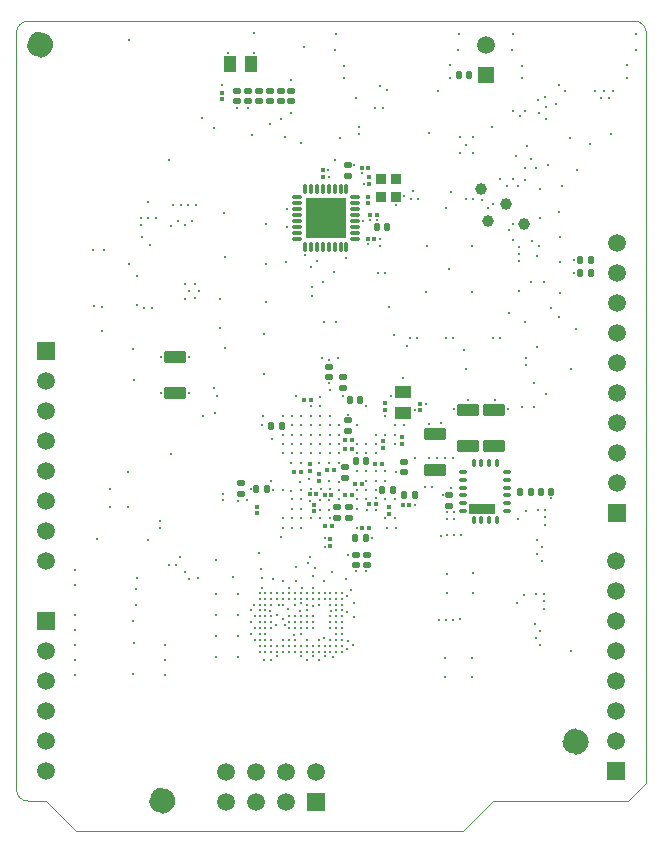
<source format=gbs>
%FSLAX44Y44*%
%MOMM*%
G71*
G01*
G75*
G04 Layer_Color=16711935*
%ADD10C,0.1500*%
G04:AMPARAMS|DCode=11|XSize=1.82mm|YSize=1.07mm|CornerRadius=0.107mm|HoleSize=0mm|Usage=FLASHONLY|Rotation=180.000|XOffset=0mm|YOffset=0mm|HoleType=Round|Shape=RoundedRectangle|*
%AMROUNDEDRECTD11*
21,1,1.8200,0.8560,0,0,180.0*
21,1,1.6060,1.0700,0,0,180.0*
1,1,0.2140,-0.8030,0.4280*
1,1,0.2140,0.8030,0.4280*
1,1,0.2140,0.8030,-0.4280*
1,1,0.2140,-0.8030,-0.4280*
%
%ADD11ROUNDEDRECTD11*%
G04:AMPARAMS|DCode=12|XSize=0.8mm|YSize=0.8mm|CornerRadius=0.08mm|HoleSize=0mm|Usage=FLASHONLY|Rotation=0.000|XOffset=0mm|YOffset=0mm|HoleType=Round|Shape=RoundedRectangle|*
%AMROUNDEDRECTD12*
21,1,0.8000,0.6400,0,0,0.0*
21,1,0.6400,0.8000,0,0,0.0*
1,1,0.1600,0.3200,-0.3200*
1,1,0.1600,-0.3200,-0.3200*
1,1,0.1600,-0.3200,0.3200*
1,1,0.1600,0.3200,0.3200*
%
%ADD12ROUNDEDRECTD12*%
G04:AMPARAMS|DCode=13|XSize=2mm|YSize=1.1mm|CornerRadius=0.11mm|HoleSize=0mm|Usage=FLASHONLY|Rotation=0.000|XOffset=0mm|YOffset=0mm|HoleType=Round|Shape=RoundedRectangle|*
%AMROUNDEDRECTD13*
21,1,2.0000,0.8800,0,0,0.0*
21,1,1.7800,1.1000,0,0,0.0*
1,1,0.2200,0.8900,-0.4400*
1,1,0.2200,-0.8900,-0.4400*
1,1,0.2200,-0.8900,0.4400*
1,1,0.2200,0.8900,0.4400*
%
%ADD13ROUNDEDRECTD13*%
G04:AMPARAMS|DCode=14|XSize=0.6mm|YSize=0.5mm|CornerRadius=0.05mm|HoleSize=0mm|Usage=FLASHONLY|Rotation=180.000|XOffset=0mm|YOffset=0mm|HoleType=Round|Shape=RoundedRectangle|*
%AMROUNDEDRECTD14*
21,1,0.6000,0.4000,0,0,180.0*
21,1,0.5000,0.5000,0,0,180.0*
1,1,0.1000,-0.2500,0.2000*
1,1,0.1000,0.2500,0.2000*
1,1,0.1000,0.2500,-0.2000*
1,1,0.1000,-0.2500,-0.2000*
%
%ADD14ROUNDEDRECTD14*%
G04:AMPARAMS|DCode=15|XSize=0.4mm|YSize=0.37mm|CornerRadius=0.037mm|HoleSize=0mm|Usage=FLASHONLY|Rotation=180.000|XOffset=0mm|YOffset=0mm|HoleType=Round|Shape=RoundedRectangle|*
%AMROUNDEDRECTD15*
21,1,0.4000,0.2960,0,0,180.0*
21,1,0.3260,0.3700,0,0,180.0*
1,1,0.0740,-0.1630,0.1480*
1,1,0.0740,0.1630,0.1480*
1,1,0.0740,0.1630,-0.1480*
1,1,0.0740,-0.1630,-0.1480*
%
%ADD15ROUNDEDRECTD15*%
G04:AMPARAMS|DCode=16|XSize=0.4mm|YSize=0.37mm|CornerRadius=0.037mm|HoleSize=0mm|Usage=FLASHONLY|Rotation=90.000|XOffset=0mm|YOffset=0mm|HoleType=Round|Shape=RoundedRectangle|*
%AMROUNDEDRECTD16*
21,1,0.4000,0.2960,0,0,90.0*
21,1,0.3260,0.3700,0,0,90.0*
1,1,0.0740,0.1480,0.1630*
1,1,0.0740,0.1480,-0.1630*
1,1,0.0740,-0.1480,-0.1630*
1,1,0.0740,-0.1480,0.1630*
%
%ADD16ROUNDEDRECTD16*%
G04:AMPARAMS|DCode=17|XSize=1.38mm|YSize=1.05mm|CornerRadius=0.105mm|HoleSize=0mm|Usage=FLASHONLY|Rotation=180.000|XOffset=0mm|YOffset=0mm|HoleType=Round|Shape=RoundedRectangle|*
%AMROUNDEDRECTD17*
21,1,1.3800,0.8400,0,0,180.0*
21,1,1.1700,1.0500,0,0,180.0*
1,1,0.2100,-0.5850,0.4200*
1,1,0.2100,0.5850,0.4200*
1,1,0.2100,0.5850,-0.4200*
1,1,0.2100,-0.5850,-0.4200*
%
%ADD17ROUNDEDRECTD17*%
%ADD18O,1.4000X0.6000*%
G04:AMPARAMS|DCode=19|XSize=1mm|YSize=1mm|CornerRadius=0.25mm|HoleSize=0mm|Usage=FLASHONLY|Rotation=180.000|XOffset=0mm|YOffset=0mm|HoleType=Round|Shape=RoundedRectangle|*
%AMROUNDEDRECTD19*
21,1,1.0000,0.5000,0,0,180.0*
21,1,0.5000,1.0000,0,0,180.0*
1,1,0.5000,-0.2500,0.2500*
1,1,0.5000,0.2500,0.2500*
1,1,0.5000,0.2500,-0.2500*
1,1,0.5000,-0.2500,-0.2500*
%
%ADD19ROUNDEDRECTD19*%
G04:AMPARAMS|DCode=20|XSize=1mm|YSize=1.4mm|CornerRadius=0.25mm|HoleSize=0mm|Usage=FLASHONLY|Rotation=180.000|XOffset=0mm|YOffset=0mm|HoleType=Round|Shape=RoundedRectangle|*
%AMROUNDEDRECTD20*
21,1,1.0000,0.9000,0,0,180.0*
21,1,0.5000,1.4000,0,0,180.0*
1,1,0.5000,-0.2500,0.4500*
1,1,0.5000,0.2500,0.4500*
1,1,0.5000,0.2500,-0.4500*
1,1,0.5000,-0.2500,-0.4500*
%
%ADD20ROUNDEDRECTD20*%
%ADD21O,0.8200X0.2700*%
%ADD22O,0.2700X0.8200*%
%ADD23R,4.4500X4.4500*%
%ADD24R,0.7400X0.5400*%
G04:AMPARAMS|DCode=25|XSize=0.93mm|YSize=0.89mm|CornerRadius=0.089mm|HoleSize=0mm|Usage=FLASHONLY|Rotation=180.000|XOffset=0mm|YOffset=0mm|HoleType=Round|Shape=RoundedRectangle|*
%AMROUNDEDRECTD25*
21,1,0.9300,0.7120,0,0,180.0*
21,1,0.7520,0.8900,0,0,180.0*
1,1,0.1780,-0.3760,0.3560*
1,1,0.1780,0.3760,0.3560*
1,1,0.1780,0.3760,-0.3560*
1,1,0.1780,-0.3760,-0.3560*
%
%ADD25ROUNDEDRECTD25*%
G04:AMPARAMS|DCode=26|XSize=1.9mm|YSize=1.35mm|CornerRadius=0.135mm|HoleSize=0mm|Usage=FLASHONLY|Rotation=180.000|XOffset=0mm|YOffset=0mm|HoleType=Round|Shape=RoundedRectangle|*
%AMROUNDEDRECTD26*
21,1,1.9000,1.0800,0,0,180.0*
21,1,1.6300,1.3500,0,0,180.0*
1,1,0.2700,-0.8150,0.5400*
1,1,0.2700,0.8150,0.5400*
1,1,0.2700,0.8150,-0.5400*
1,1,0.2700,-0.8150,-0.5400*
%
%ADD26ROUNDEDRECTD26*%
G04:AMPARAMS|DCode=27|XSize=1.2mm|YSize=1mm|CornerRadius=0.1mm|HoleSize=0mm|Usage=FLASHONLY|Rotation=180.000|XOffset=0mm|YOffset=0mm|HoleType=Round|Shape=RoundedRectangle|*
%AMROUNDEDRECTD27*
21,1,1.2000,0.8000,0,0,180.0*
21,1,1.0000,1.0000,0,0,180.0*
1,1,0.2000,-0.5000,0.4000*
1,1,0.2000,0.5000,0.4000*
1,1,0.2000,0.5000,-0.4000*
1,1,0.2000,-0.5000,-0.4000*
%
%ADD27ROUNDEDRECTD27*%
G04:AMPARAMS|DCode=28|XSize=0.75mm|YSize=1.1mm|CornerRadius=0.075mm|HoleSize=0mm|Usage=FLASHONLY|Rotation=180.000|XOffset=0mm|YOffset=0mm|HoleType=Round|Shape=RoundedRectangle|*
%AMROUNDEDRECTD28*
21,1,0.7500,0.9500,0,0,180.0*
21,1,0.6000,1.1000,0,0,180.0*
1,1,0.1500,-0.3000,0.4750*
1,1,0.1500,0.3000,0.4750*
1,1,0.1500,0.3000,-0.4750*
1,1,0.1500,-0.3000,-0.4750*
%
%ADD28ROUNDEDRECTD28*%
G04:AMPARAMS|DCode=29|XSize=1.8mm|YSize=1.17mm|CornerRadius=0.117mm|HoleSize=0mm|Usage=FLASHONLY|Rotation=90.000|XOffset=0mm|YOffset=0mm|HoleType=Round|Shape=RoundedRectangle|*
%AMROUNDEDRECTD29*
21,1,1.8000,0.9360,0,0,90.0*
21,1,1.5660,1.1700,0,0,90.0*
1,1,0.2340,0.4680,0.7830*
1,1,0.2340,0.4680,-0.7830*
1,1,0.2340,-0.4680,-0.7830*
1,1,0.2340,-0.4680,0.7830*
%
%ADD29ROUNDEDRECTD29*%
G04:AMPARAMS|DCode=30|XSize=1.55mm|YSize=1.35mm|CornerRadius=0.135mm|HoleSize=0mm|Usage=FLASHONLY|Rotation=180.000|XOffset=0mm|YOffset=0mm|HoleType=Round|Shape=RoundedRectangle|*
%AMROUNDEDRECTD30*
21,1,1.5500,1.0800,0,0,180.0*
21,1,1.2800,1.3500,0,0,180.0*
1,1,0.2700,-0.6400,0.5400*
1,1,0.2700,0.6400,0.5400*
1,1,0.2700,0.6400,-0.5400*
1,1,0.2700,-0.6400,-0.5400*
%
%ADD30ROUNDEDRECTD30*%
%ADD31C,0.3500*%
G04:AMPARAMS|DCode=32|XSize=0.6mm|YSize=0.5mm|CornerRadius=0.05mm|HoleSize=0mm|Usage=FLASHONLY|Rotation=90.000|XOffset=0mm|YOffset=0mm|HoleType=Round|Shape=RoundedRectangle|*
%AMROUNDEDRECTD32*
21,1,0.6000,0.4000,0,0,90.0*
21,1,0.5000,0.5000,0,0,90.0*
1,1,0.1000,0.2000,0.2500*
1,1,0.1000,0.2000,-0.2500*
1,1,0.1000,-0.2000,-0.2500*
1,1,0.1000,-0.2000,0.2500*
%
%ADD32ROUNDEDRECTD32*%
G04:AMPARAMS|DCode=33|XSize=0.41mm|YSize=0.37mm|CornerRadius=0.037mm|HoleSize=0mm|Usage=FLASHONLY|Rotation=180.000|XOffset=0mm|YOffset=0mm|HoleType=Round|Shape=RoundedRectangle|*
%AMROUNDEDRECTD33*
21,1,0.4100,0.2960,0,0,180.0*
21,1,0.3360,0.3700,0,0,180.0*
1,1,0.0740,-0.1680,0.1480*
1,1,0.0740,0.1680,0.1480*
1,1,0.0740,0.1680,-0.1480*
1,1,0.0740,-0.1680,-0.1480*
%
%ADD33ROUNDEDRECTD33*%
G04:AMPARAMS|DCode=34|XSize=0.3mm|YSize=0.6mm|CornerRadius=0.0495mm|HoleSize=0mm|Usage=FLASHONLY|Rotation=90.000|XOffset=0mm|YOffset=0mm|HoleType=Round|Shape=RoundedRectangle|*
%AMROUNDEDRECTD34*
21,1,0.3000,0.5010,0,0,90.0*
21,1,0.2010,0.6000,0,0,90.0*
1,1,0.0990,0.2505,0.1005*
1,1,0.0990,0.2505,-0.1005*
1,1,0.0990,-0.2505,-0.1005*
1,1,0.0990,-0.2505,0.1005*
%
%ADD34ROUNDEDRECTD34*%
G04:AMPARAMS|DCode=35|XSize=0.3mm|YSize=0.6mm|CornerRadius=0.0495mm|HoleSize=0mm|Usage=FLASHONLY|Rotation=0.000|XOffset=0mm|YOffset=0mm|HoleType=Round|Shape=RoundedRectangle|*
%AMROUNDEDRECTD35*
21,1,0.3000,0.5010,0,0,0.0*
21,1,0.2010,0.6000,0,0,0.0*
1,1,0.0990,0.1005,-0.2505*
1,1,0.0990,-0.1005,-0.2505*
1,1,0.0990,-0.1005,0.2505*
1,1,0.0990,0.1005,0.2505*
%
%ADD35ROUNDEDRECTD35*%
%ADD36R,0.9000X2.2500*%
%ADD37R,2.2500X0.9000*%
%ADD38R,1.5500X1.8500*%
%ADD39O,1.4500X0.4500*%
G04:AMPARAMS|DCode=40|XSize=1mm|YSize=1.4mm|CornerRadius=0.25mm|HoleSize=0mm|Usage=FLASHONLY|Rotation=90.000|XOffset=0mm|YOffset=0mm|HoleType=Round|Shape=RoundedRectangle|*
%AMROUNDEDRECTD40*
21,1,1.0000,0.9000,0,0,90.0*
21,1,0.5000,1.4000,0,0,90.0*
1,1,0.5000,0.4500,0.2500*
1,1,0.5000,0.4500,-0.2500*
1,1,0.5000,-0.4500,-0.2500*
1,1,0.5000,-0.4500,0.2500*
%
%ADD40ROUNDEDRECTD40*%
G04:AMPARAMS|DCode=41|XSize=1mm|YSize=1mm|CornerRadius=0.25mm|HoleSize=0mm|Usage=FLASHONLY|Rotation=90.000|XOffset=0mm|YOffset=0mm|HoleType=Round|Shape=RoundedRectangle|*
%AMROUNDEDRECTD41*
21,1,1.0000,0.5000,0,0,90.0*
21,1,0.5000,1.0000,0,0,90.0*
1,1,0.5000,0.2500,0.2500*
1,1,0.5000,0.2500,-0.2500*
1,1,0.5000,-0.2500,-0.2500*
1,1,0.5000,-0.2500,0.2500*
%
%ADD41ROUNDEDRECTD41*%
%ADD42O,0.4000X0.9500*%
%ADD43O,0.6000X1.6000*%
G04:AMPARAMS|DCode=44|XSize=1.82mm|YSize=1.07mm|CornerRadius=0.107mm|HoleSize=0mm|Usage=FLASHONLY|Rotation=270.000|XOffset=0mm|YOffset=0mm|HoleType=Round|Shape=RoundedRectangle|*
%AMROUNDEDRECTD44*
21,1,1.8200,0.8560,0,0,270.0*
21,1,1.6060,1.0700,0,0,270.0*
1,1,0.2140,-0.4280,-0.8030*
1,1,0.2140,-0.4280,0.8030*
1,1,0.2140,0.4280,0.8030*
1,1,0.2140,0.4280,-0.8030*
%
%ADD44ROUNDEDRECTD44*%
%ADD45C,1.0000*%
G04:AMPARAMS|DCode=46|XSize=2.1mm|YSize=1.6mm|CornerRadius=0.4mm|HoleSize=0mm|Usage=FLASHONLY|Rotation=180.000|XOffset=0mm|YOffset=0mm|HoleType=Round|Shape=RoundedRectangle|*
%AMROUNDEDRECTD46*
21,1,2.1000,0.8000,0,0,180.0*
21,1,1.3000,1.6000,0,0,180.0*
1,1,0.8000,-0.6500,0.4000*
1,1,0.8000,0.6500,0.4000*
1,1,0.8000,0.6500,-0.4000*
1,1,0.8000,-0.6500,-0.4000*
%
%ADD46ROUNDEDRECTD46*%
%ADD47O,0.4000X1.3500*%
G04:AMPARAMS|DCode=48|XSize=1.8mm|YSize=1.9mm|CornerRadius=0.45mm|HoleSize=0mm|Usage=FLASHONLY|Rotation=180.000|XOffset=0mm|YOffset=0mm|HoleType=Round|Shape=RoundedRectangle|*
%AMROUNDEDRECTD48*
21,1,1.8000,1.0000,0,0,180.0*
21,1,0.9000,1.9000,0,0,180.0*
1,1,0.9000,-0.4500,0.5000*
1,1,0.9000,0.4500,0.5000*
1,1,0.9000,0.4500,-0.5000*
1,1,0.9000,-0.4500,-0.5000*
%
%ADD48ROUNDEDRECTD48*%
%ADD49R,1.9000X1.9000*%
G04:AMPARAMS|DCode=50|XSize=0.9mm|YSize=0.8mm|CornerRadius=0.08mm|HoleSize=0mm|Usage=FLASHONLY|Rotation=90.000|XOffset=0mm|YOffset=0mm|HoleType=Round|Shape=RoundedRectangle|*
%AMROUNDEDRECTD50*
21,1,0.9000,0.6400,0,0,90.0*
21,1,0.7400,0.8000,0,0,90.0*
1,1,0.1600,0.3200,0.3700*
1,1,0.1600,0.3200,-0.3700*
1,1,0.1600,-0.3200,-0.3700*
1,1,0.1600,-0.3200,0.3700*
%
%ADD50ROUNDEDRECTD50*%
G04:AMPARAMS|DCode=51|XSize=0.9mm|YSize=1mm|CornerRadius=0.09mm|HoleSize=0mm|Usage=FLASHONLY|Rotation=180.000|XOffset=0mm|YOffset=0mm|HoleType=Round|Shape=RoundedRectangle|*
%AMROUNDEDRECTD51*
21,1,0.9000,0.8200,0,0,180.0*
21,1,0.7200,1.0000,0,0,180.0*
1,1,0.1800,-0.3600,0.4100*
1,1,0.1800,0.3600,0.4100*
1,1,0.1800,0.3600,-0.4100*
1,1,0.1800,-0.3600,-0.4100*
%
%ADD51ROUNDEDRECTD51*%
G04:AMPARAMS|DCode=52|XSize=1.7mm|YSize=0.55mm|CornerRadius=0.055mm|HoleSize=0mm|Usage=FLASHONLY|Rotation=180.000|XOffset=0mm|YOffset=0mm|HoleType=Round|Shape=RoundedRectangle|*
%AMROUNDEDRECTD52*
21,1,1.7000,0.4400,0,0,180.0*
21,1,1.5900,0.5500,0,0,180.0*
1,1,0.1100,-0.7950,0.2200*
1,1,0.1100,0.7950,0.2200*
1,1,0.1100,0.7950,-0.2200*
1,1,0.1100,-0.7950,-0.2200*
%
%ADD52ROUNDEDRECTD52*%
%ADD53O,1.5500X0.6000*%
G04:AMPARAMS|DCode=54|XSize=0.93mm|YSize=0.89mm|CornerRadius=0.089mm|HoleSize=0mm|Usage=FLASHONLY|Rotation=90.000|XOffset=0mm|YOffset=0mm|HoleType=Round|Shape=RoundedRectangle|*
%AMROUNDEDRECTD54*
21,1,0.9300,0.7120,0,0,90.0*
21,1,0.7520,0.8900,0,0,90.0*
1,1,0.1780,0.3560,0.3760*
1,1,0.1780,0.3560,-0.3760*
1,1,0.1780,-0.3560,-0.3760*
1,1,0.1780,-0.3560,0.3760*
%
%ADD54ROUNDEDRECTD54*%
%ADD55C,0.1000*%
%ADD56C,0.2000*%
%ADD57C,0.5000*%
%ADD58C,0.3000*%
%ADD59C,0.4000*%
%ADD60C,0.0750*%
%ADD61C,0.0800*%
%ADD62C,0.7000*%
%ADD63C,0.1200*%
%ADD64C,1.5000*%
%ADD65R,1.3500X1.3500*%
%ADD66R,1.5000X1.5000*%
%ADD67R,1.5000X1.5000*%
%ADD68C,0.4500*%
%ADD69C,0.6000*%
G04:AMPARAMS|DCode=70|XSize=1.38mm|YSize=1.05mm|CornerRadius=0.105mm|HoleSize=0mm|Usage=FLASHONLY|Rotation=270.000|XOffset=0mm|YOffset=0mm|HoleType=Round|Shape=RoundedRectangle|*
%AMROUNDEDRECTD70*
21,1,1.3800,0.8400,0,0,270.0*
21,1,1.1700,1.0500,0,0,270.0*
1,1,0.2100,-0.4200,-0.5850*
1,1,0.2100,-0.4200,0.5850*
1,1,0.2100,0.4200,0.5850*
1,1,0.2100,0.4200,-0.5850*
%
%ADD70ROUNDEDRECTD70*%
%ADD71O,0.2600X0.9000*%
%ADD72O,0.9000X0.2600*%
%ADD73R,3.4500X3.4500*%
%ADD74C,0.2500*%
%ADD75C,0.2500*%
%ADD76C,2.0000*%
%ADD77C,0.2000*%
D11*
X134500Y371050D02*
D03*
Y401550D02*
D03*
X404700Y356950D02*
D03*
Y326450D02*
D03*
X382200Y356950D02*
D03*
Y326450D02*
D03*
X354200Y336150D02*
D03*
Y305650D02*
D03*
D14*
X214900Y626800D02*
D03*
Y617800D02*
D03*
X223900Y626800D02*
D03*
Y617800D02*
D03*
X232900Y626800D02*
D03*
Y617800D02*
D03*
X187200Y626800D02*
D03*
Y617800D02*
D03*
X196200Y626800D02*
D03*
Y617800D02*
D03*
X205500Y626800D02*
D03*
Y617800D02*
D03*
X287180Y234130D02*
D03*
Y225130D02*
D03*
X190200Y285400D02*
D03*
Y294400D02*
D03*
X271260Y265520D02*
D03*
Y274520D02*
D03*
X281320D02*
D03*
Y265520D02*
D03*
X280900Y338800D02*
D03*
Y347800D02*
D03*
X327900Y303900D02*
D03*
Y312900D02*
D03*
X276800Y375100D02*
D03*
Y384100D02*
D03*
X264900Y384300D02*
D03*
Y393300D02*
D03*
X296520Y225000D02*
D03*
Y234000D02*
D03*
X278400Y299400D02*
D03*
Y308400D02*
D03*
X280600Y564000D02*
D03*
Y555000D02*
D03*
X366700Y284200D02*
D03*
Y275200D02*
D03*
D15*
X342100Y362050D02*
D03*
Y356350D02*
D03*
X326600Y333450D02*
D03*
Y327750D02*
D03*
X312400Y362150D02*
D03*
Y356450D02*
D03*
X249000Y305050D02*
D03*
Y310750D02*
D03*
X256200Y296550D02*
D03*
Y302250D02*
D03*
X265200Y241370D02*
D03*
Y247070D02*
D03*
X315500Y268450D02*
D03*
Y274150D02*
D03*
X310100Y330200D02*
D03*
Y324500D02*
D03*
X251960Y276470D02*
D03*
Y270770D02*
D03*
X298000Y537250D02*
D03*
Y531550D02*
D03*
X259700Y554050D02*
D03*
Y559750D02*
D03*
X298500Y553750D02*
D03*
Y548050D02*
D03*
X204100Y268950D02*
D03*
Y274650D02*
D03*
X174000Y625250D02*
D03*
Y619550D02*
D03*
D16*
X309650Y311200D02*
D03*
X303950D02*
D03*
X243550Y364600D02*
D03*
X249250D02*
D03*
X292350Y561300D02*
D03*
X298050D02*
D03*
X278050Y331300D02*
D03*
X283750D02*
D03*
Y284800D02*
D03*
X278050D02*
D03*
X304190Y277270D02*
D03*
X298490D02*
D03*
X248250Y285300D02*
D03*
X253950D02*
D03*
X266650Y284400D02*
D03*
X260950D02*
D03*
X278050Y323800D02*
D03*
X283750D02*
D03*
X292450Y293700D02*
D03*
X286750D02*
D03*
X299450Y521800D02*
D03*
X305150D02*
D03*
X263150Y305500D02*
D03*
X268850D02*
D03*
X267110Y258080D02*
D03*
X261410D02*
D03*
X292780Y256610D02*
D03*
X298480D02*
D03*
X327070Y276220D02*
D03*
X332770D02*
D03*
X297350Y501700D02*
D03*
X303050D02*
D03*
X235450Y303800D02*
D03*
X241150D02*
D03*
D17*
X327600Y354100D02*
D03*
Y371900D02*
D03*
D32*
X374600Y640100D02*
D03*
X383600D02*
D03*
X282200Y364600D02*
D03*
X291200D02*
D03*
X224900Y343000D02*
D03*
X215900D02*
D03*
X212300Y289300D02*
D03*
X203300D02*
D03*
X314100Y511800D02*
D03*
X305100D02*
D03*
X309900Y288800D02*
D03*
X318900D02*
D03*
X296400Y313400D02*
D03*
X287400D02*
D03*
X426600Y287500D02*
D03*
X435600D02*
D03*
X444000D02*
D03*
X453000D02*
D03*
X295960Y248030D02*
D03*
X286960D02*
D03*
X328300Y284760D02*
D03*
X337300D02*
D03*
X486100Y472200D02*
D03*
X477100D02*
D03*
X486100Y483300D02*
D03*
X477100D02*
D03*
D34*
X415800Y271250D02*
D03*
Y277750D02*
D03*
Y284250D02*
D03*
Y290750D02*
D03*
Y297250D02*
D03*
Y303750D02*
D03*
X377800Y303750D02*
D03*
Y297250D02*
D03*
Y290750D02*
D03*
Y284250D02*
D03*
Y277750D02*
D03*
Y271250D02*
D03*
D35*
X387050Y263500D02*
D03*
X406550D02*
D03*
X400050D02*
D03*
X393550D02*
D03*
Y311500D02*
D03*
X400050D02*
D03*
X406550D02*
D03*
X387050D02*
D03*
D37*
X394050Y273000D02*
D03*
D45*
X20000Y665800D02*
D03*
X123400Y25800D02*
D03*
X473400Y75800D02*
D03*
X398910Y516680D02*
D03*
X393700Y544040D02*
D03*
X430050Y513620D02*
D03*
X414220Y530570D02*
D03*
D50*
X309100Y552300D02*
D03*
Y537300D02*
D03*
X321100D02*
D03*
Y552300D02*
D03*
D55*
X0Y35400D02*
G03*
X10000Y25400I10000J0D01*
G01*
Y685800D02*
G03*
X0Y675800I0J-10000D01*
G01*
X533400D02*
G03*
X523400Y685800I-10000J0D01*
G01*
X0Y35400D02*
Y675800D01*
X10000Y685800D02*
X523400D01*
X533400Y40600D02*
Y675800D01*
X10000Y25400D02*
X25400D01*
X403900D02*
X518200D01*
X378500Y0D02*
X403900Y25400D01*
X50800Y0D02*
X378500D01*
X25400Y25400D02*
X50800Y0D01*
X518200Y25400D02*
X533400Y40600D01*
D64*
X397200Y665700D02*
D03*
X254000Y50300D02*
D03*
X228600Y24900D02*
D03*
Y50300D02*
D03*
X203200Y24900D02*
D03*
Y50300D02*
D03*
X177800Y24900D02*
D03*
Y50300D02*
D03*
X25400Y279400D02*
D03*
Y381000D02*
D03*
Y355600D02*
D03*
Y330200D02*
D03*
Y304800D02*
D03*
Y254000D02*
D03*
Y228600D02*
D03*
X508000Y177800D02*
D03*
Y76200D02*
D03*
Y101600D02*
D03*
Y127000D02*
D03*
Y152400D02*
D03*
Y203200D02*
D03*
Y228600D02*
D03*
X508500Y472350D02*
D03*
Y497750D02*
D03*
Y446950D02*
D03*
Y421550D02*
D03*
Y370750D02*
D03*
Y345350D02*
D03*
Y319950D02*
D03*
Y294550D02*
D03*
Y396150D02*
D03*
X25400Y50800D02*
D03*
Y152400D02*
D03*
Y127000D02*
D03*
Y101600D02*
D03*
Y76200D02*
D03*
D65*
X397200Y640300D02*
D03*
D66*
X254000Y24900D02*
D03*
D67*
X25400Y406400D02*
D03*
X508000Y50800D02*
D03*
X508500Y269150D02*
D03*
X25400Y177800D02*
D03*
D70*
X180500Y649200D02*
D03*
X198300D02*
D03*
D71*
X249500Y543600D02*
D03*
X254500D02*
D03*
X279500Y494800D02*
D03*
X274500D02*
D03*
X269500D02*
D03*
X264500D02*
D03*
X259500D02*
D03*
X254500D02*
D03*
X249500D02*
D03*
X244500D02*
D03*
Y543600D02*
D03*
X259500D02*
D03*
X264500D02*
D03*
X269500D02*
D03*
X274500D02*
D03*
X279500D02*
D03*
D72*
X237600Y501700D02*
D03*
Y506700D02*
D03*
Y511700D02*
D03*
Y516700D02*
D03*
Y521700D02*
D03*
Y526700D02*
D03*
Y531700D02*
D03*
Y536700D02*
D03*
X286400D02*
D03*
Y531700D02*
D03*
Y526700D02*
D03*
Y521700D02*
D03*
Y516700D02*
D03*
Y511700D02*
D03*
Y506700D02*
D03*
Y501700D02*
D03*
D73*
X262000Y519200D02*
D03*
D74*
X205900Y201800D02*
D03*
Y196800D02*
D03*
Y191800D02*
D03*
Y186800D02*
D03*
Y181800D02*
D03*
Y176800D02*
D03*
Y171800D02*
D03*
Y166800D02*
D03*
Y161800D02*
D03*
Y156800D02*
D03*
Y151800D02*
D03*
X210900Y201800D02*
D03*
Y196800D02*
D03*
Y191800D02*
D03*
Y186800D02*
D03*
Y181800D02*
D03*
Y176800D02*
D03*
Y171800D02*
D03*
Y166800D02*
D03*
Y161800D02*
D03*
Y156800D02*
D03*
Y151800D02*
D03*
X215900Y201800D02*
D03*
Y196800D02*
D03*
Y191800D02*
D03*
Y181800D02*
D03*
Y176800D02*
D03*
Y171800D02*
D03*
Y161800D02*
D03*
Y156800D02*
D03*
Y151800D02*
D03*
X220900Y201800D02*
D03*
Y196800D02*
D03*
Y156800D02*
D03*
Y151800D02*
D03*
X225900Y201800D02*
D03*
Y196800D02*
D03*
Y191800D02*
D03*
Y161800D02*
D03*
Y156800D02*
D03*
Y151800D02*
D03*
X230900Y201800D02*
D03*
Y196800D02*
D03*
Y181800D02*
D03*
Y176800D02*
D03*
Y171800D02*
D03*
X235900Y201800D02*
D03*
Y196800D02*
D03*
Y191800D02*
D03*
Y181800D02*
D03*
Y176800D02*
D03*
Y171800D02*
D03*
Y161800D02*
D03*
Y156800D02*
D03*
Y151800D02*
D03*
X240900Y201800D02*
D03*
Y196800D02*
D03*
Y181800D02*
D03*
Y176800D02*
D03*
Y171800D02*
D03*
Y156800D02*
D03*
Y151800D02*
D03*
X245900Y201800D02*
D03*
Y196800D02*
D03*
Y191800D02*
D03*
Y181800D02*
D03*
Y176800D02*
D03*
Y171800D02*
D03*
Y161800D02*
D03*
Y156800D02*
D03*
Y151800D02*
D03*
X250900Y201800D02*
D03*
Y196800D02*
D03*
Y181800D02*
D03*
Y176800D02*
D03*
Y171800D02*
D03*
Y156800D02*
D03*
Y151800D02*
D03*
X255900Y201800D02*
D03*
Y196800D02*
D03*
Y191800D02*
D03*
Y161800D02*
D03*
Y156800D02*
D03*
Y151800D02*
D03*
X260900Y201800D02*
D03*
Y196800D02*
D03*
Y156800D02*
D03*
Y151800D02*
D03*
X265900Y201800D02*
D03*
Y196800D02*
D03*
Y191800D02*
D03*
Y181800D02*
D03*
Y176800D02*
D03*
Y171800D02*
D03*
Y161800D02*
D03*
Y156800D02*
D03*
Y151800D02*
D03*
X270900Y201800D02*
D03*
Y196800D02*
D03*
Y191800D02*
D03*
Y186800D02*
D03*
Y181800D02*
D03*
Y176800D02*
D03*
Y171800D02*
D03*
Y166800D02*
D03*
Y161800D02*
D03*
Y156800D02*
D03*
Y151800D02*
D03*
X275900Y201800D02*
D03*
Y196800D02*
D03*
Y191800D02*
D03*
Y186800D02*
D03*
Y181800D02*
D03*
Y176800D02*
D03*
Y171800D02*
D03*
Y166800D02*
D03*
Y161800D02*
D03*
Y156800D02*
D03*
Y151800D02*
D03*
X230900D02*
D03*
Y156800D02*
D03*
D76*
X21000Y665800D02*
G03*
X21000Y665800I-1000J0D01*
G01*
X124400Y25800D02*
G03*
X124400Y25800I-1000J0D01*
G01*
X474400Y75800D02*
G03*
X474400Y75800I-1000J0D01*
G01*
D77*
X273100Y296000D02*
D03*
X95600Y480000D02*
D03*
X72300Y423700D02*
D03*
X72300Y444100D02*
D03*
X65800Y444200D02*
D03*
X65200Y491800D02*
D03*
X74200Y491600D02*
D03*
X102350Y469650D02*
D03*
X102300Y445400D02*
D03*
X154300Y457300D02*
D03*
X146500Y457000D02*
D03*
X142800Y450900D02*
D03*
X151400Y451100D02*
D03*
X151100Y463300D02*
D03*
X142900Y463200D02*
D03*
X152050Y530050D02*
D03*
X145550Y529950D02*
D03*
X139050Y529950D02*
D03*
X132550Y530050D02*
D03*
X106250Y503250D02*
D03*
X113350Y496650D02*
D03*
X136750Y516500D02*
D03*
X142550Y512900D02*
D03*
X130700Y512450D02*
D03*
X148400Y516450D02*
D03*
X105600Y513200D02*
D03*
Y519400D02*
D03*
X111700D02*
D03*
X118000D02*
D03*
X130600Y319700D02*
D03*
X167700Y375100D02*
D03*
X146250Y401550D02*
D03*
X122750D02*
D03*
Y371050D02*
D03*
X146250D02*
D03*
X168400Y354000D02*
D03*
X158300Y351700D02*
D03*
X98900Y408550D02*
D03*
X114750Y443050D02*
D03*
X108450Y443050D02*
D03*
X99330Y381930D02*
D03*
X172100Y426400D02*
D03*
X95000Y669700D02*
D03*
X145900Y213800D02*
D03*
X142600Y219100D02*
D03*
X138300Y232300D02*
D03*
X125600Y131900D02*
D03*
Y144700D02*
D03*
X125700Y157300D02*
D03*
X174700Y279950D02*
D03*
Y285650D02*
D03*
X195600Y280300D02*
D03*
X260500Y430900D02*
D03*
X270900D02*
D03*
X327500Y383500D02*
D03*
X347200Y362000D02*
D03*
X198400Y289300D02*
D03*
X280900Y352700D02*
D03*
X264900Y398700D02*
D03*
X128800Y568000D02*
D03*
X200770Y675330D02*
D03*
X243550Y663750D02*
D03*
X214900Y598800D02*
D03*
X224000Y603300D02*
D03*
X232900Y607600D02*
D03*
X174000Y631700D02*
D03*
X199200Y589100D02*
D03*
X196200Y612400D02*
D03*
X187200Y612300D02*
D03*
X256600Y311800D02*
D03*
X240400Y295800D02*
D03*
X264400Y296800D02*
D03*
X273300Y311800D02*
D03*
X215700Y296480D02*
D03*
X217400Y288800D02*
D03*
X233400Y319800D02*
D03*
X225400D02*
D03*
Y327800D02*
D03*
X259500Y465200D02*
D03*
X269200Y473200D02*
D03*
X250400Y452900D02*
D03*
X250000Y460300D02*
D03*
X228400Y481500D02*
D03*
X254600Y482700D02*
D03*
X249500Y477900D02*
D03*
X244400Y487400D02*
D03*
X279500Y485000D02*
D03*
X464350Y626450D02*
D03*
X456800Y616000D02*
D03*
X459400Y631400D02*
D03*
X517000Y637400D02*
D03*
X517100Y648300D02*
D03*
X427800Y648199D02*
D03*
X427700Y637299D02*
D03*
X277800Y648199D02*
D03*
X277700Y637299D02*
D03*
X367100Y648300D02*
D03*
X367000Y637400D02*
D03*
X524500Y675300D02*
D03*
X524200Y661000D02*
D03*
X420300Y675300D02*
D03*
X420000Y661000D02*
D03*
X374500Y675300D02*
D03*
X374200Y661000D02*
D03*
X270000D02*
D03*
X270300Y675300D02*
D03*
X307500Y631100D02*
D03*
X303400Y612100D02*
D03*
X310100Y612000D02*
D03*
X313700Y627300D02*
D03*
X297300Y497200D02*
D03*
X306200Y472600D02*
D03*
X312100D02*
D03*
X319400Y419900D02*
D03*
X330600Y410900D02*
D03*
X339500Y417500D02*
D03*
X333400D02*
D03*
X307600Y501700D02*
D03*
Y495800D02*
D03*
X340100Y535300D02*
D03*
X333900D02*
D03*
X380700Y535200D02*
D03*
X386700D02*
D03*
X431200Y394600D02*
D03*
X431100Y400400D02*
D03*
X378900Y407100D02*
D03*
X380900Y391000D02*
D03*
X369900Y417400D02*
D03*
X363900Y417500D02*
D03*
X430500Y430700D02*
D03*
X460100Y455900D02*
D03*
X446800Y465000D02*
D03*
X452700Y442800D02*
D03*
X459400Y435600D02*
D03*
X440700Y409800D02*
D03*
X425300Y456900D02*
D03*
X435400Y464900D02*
D03*
X409800Y417400D02*
D03*
X403600Y417400D02*
D03*
X436200Y499600D02*
D03*
X440700Y487100D02*
D03*
X425500Y494900D02*
D03*
Y488800D02*
D03*
X420600Y500400D02*
D03*
X425500Y482700D02*
D03*
X305200Y517140D02*
D03*
X299500Y517100D02*
D03*
X264150Y559750D02*
D03*
X264300Y553900D02*
D03*
X135200Y225300D02*
D03*
X129450Y225450D02*
D03*
X121850Y262450D02*
D03*
X121700Y256700D02*
D03*
X78900Y274600D02*
D03*
X78900Y289400D02*
D03*
X94200Y303900D02*
D03*
X94300Y274600D02*
D03*
X111600Y246900D02*
D03*
X68540Y247060D02*
D03*
X49300Y220790D02*
D03*
Y170000D02*
D03*
X98600Y177800D02*
D03*
X101100Y191800D02*
D03*
X101600Y204600D02*
D03*
X101810Y214410D02*
D03*
X280800Y233900D02*
D03*
X168600Y183000D02*
D03*
X188000Y183000D02*
D03*
X168600Y200800D02*
D03*
X188000Y200800D02*
D03*
X188000Y165400D02*
D03*
X168600Y165400D02*
D03*
X168600Y147600D02*
D03*
X188000Y147600D02*
D03*
X240300Y186700D02*
D03*
X240880Y166950D02*
D03*
X240900Y192829D02*
D03*
X209560Y144750D02*
D03*
X285060Y157570D02*
D03*
X279740Y154280D02*
D03*
X280610Y161130D02*
D03*
X260860Y163350D02*
D03*
X219560Y174200D02*
D03*
X220450Y182700D02*
D03*
X215780Y144770D02*
D03*
X220930Y148010D02*
D03*
X268430Y147290D02*
D03*
X304830Y271560D02*
D03*
X256930Y272260D02*
D03*
X264830Y272050D02*
D03*
X296390Y220200D02*
D03*
X287240Y220170D02*
D03*
X293400Y516700D02*
D03*
X337400Y276300D02*
D03*
X313400Y256800D02*
D03*
X320400Y264800D02*
D03*
X321400Y256800D02*
D03*
X224400Y248800D02*
D03*
X273400Y343800D02*
D03*
X316900Y368800D02*
D03*
X337400Y356300D02*
D03*
X236900Y368800D02*
D03*
X300900Y247800D02*
D03*
X232400Y311800D02*
D03*
X260900Y247800D02*
D03*
X273400Y288800D02*
D03*
Y280800D02*
D03*
Y319800D02*
D03*
Y327800D02*
D03*
Y335800D02*
D03*
X225400Y288800D02*
D03*
Y264800D02*
D03*
Y256800D02*
D03*
X233400Y272800D02*
D03*
Y264800D02*
D03*
Y256800D02*
D03*
X241400Y280800D02*
D03*
Y272800D02*
D03*
Y264800D02*
D03*
Y256800D02*
D03*
X248770Y279899D02*
D03*
X249400Y264800D02*
D03*
X257610Y289851D02*
D03*
X257430Y280270D02*
D03*
X257400Y264800D02*
D03*
X265780Y289741D02*
D03*
X265050Y280159D02*
D03*
X265400Y264800D02*
D03*
X249400Y359800D02*
D03*
X265400Y351800D02*
D03*
X257400D02*
D03*
X249400D02*
D03*
X241400D02*
D03*
X225400D02*
D03*
X265400Y343800D02*
D03*
X257400D02*
D03*
X249400D02*
D03*
X233400D02*
D03*
X265400Y335800D02*
D03*
X257400D02*
D03*
X249400D02*
D03*
X241400D02*
D03*
X233400D02*
D03*
X225400D02*
D03*
X265400Y327800D02*
D03*
X257400D02*
D03*
X249400D02*
D03*
X241400D02*
D03*
X233400D02*
D03*
X265400Y319800D02*
D03*
X257400D02*
D03*
X249400D02*
D03*
X241400D02*
D03*
Y311800D02*
D03*
X265000Y311900D02*
D03*
X328400Y343800D02*
D03*
X320400Y327800D02*
D03*
Y335800D02*
D03*
Y343800D02*
D03*
X312400Y335800D02*
D03*
Y351800D02*
D03*
X304400Y319800D02*
D03*
Y327800D02*
D03*
Y335800D02*
D03*
X296400Y319800D02*
D03*
Y327800D02*
D03*
Y359800D02*
D03*
X288400Y319800D02*
D03*
Y327800D02*
D03*
Y343800D02*
D03*
X288400Y304800D02*
D03*
X296400D02*
D03*
X304400D02*
D03*
X312400D02*
D03*
Y296800D02*
D03*
X304400D02*
D03*
X296400D02*
D03*
X304400Y288800D02*
D03*
X296400D02*
D03*
X288400D02*
D03*
X320400Y280800D02*
D03*
X312400D02*
D03*
X304190Y281751D02*
D03*
X295920Y281371D02*
D03*
X288400Y280800D02*
D03*
X296730Y271829D02*
D03*
X288400Y272800D02*
D03*
X312400Y264800D02*
D03*
X288400Y256800D02*
D03*
X337400Y316300D02*
D03*
X276900Y368800D02*
D03*
X315400Y443800D02*
D03*
X417400Y438800D02*
D03*
Y508800D02*
D03*
X363900Y527300D02*
D03*
X321400Y303800D02*
D03*
X257400Y359800D02*
D03*
X347550Y495450D02*
D03*
X385700Y495730D02*
D03*
X346800Y456470D02*
D03*
X366400Y476300D02*
D03*
X385700Y456650D02*
D03*
X393900Y534500D02*
D03*
X420700Y513800D02*
D03*
X398900Y527300D02*
D03*
X403900Y530600D02*
D03*
X245950Y144670D02*
D03*
X240930Y148010D02*
D03*
X255950Y144670D02*
D03*
X250930Y148010D02*
D03*
X260930D02*
D03*
X202110Y161770D02*
D03*
X198770Y166750D02*
D03*
X202110Y171770D02*
D03*
X198770Y176750D02*
D03*
X202110Y181770D02*
D03*
X235290Y165820D02*
D03*
X230530Y161460D02*
D03*
X279669Y199310D02*
D03*
X245900Y187530D02*
D03*
X250870Y190940D02*
D03*
X260840Y211690D02*
D03*
X252900Y222810D02*
D03*
X248935Y232375D02*
D03*
X247200Y226710D02*
D03*
X242110Y205530D02*
D03*
X267300Y219190D02*
D03*
X260970Y240610D02*
D03*
X283260Y204090D02*
D03*
X279160Y213820D02*
D03*
X279690Y185560D02*
D03*
X286090Y181670D02*
D03*
X286230Y193270D02*
D03*
X266170Y186480D02*
D03*
X230890Y205970D02*
D03*
X236390Y211750D02*
D03*
X225325Y211910D02*
D03*
X250880Y205840D02*
D03*
X251560Y215750D02*
D03*
X208340Y205830D02*
D03*
X217620Y213060D02*
D03*
X205700Y235380D02*
D03*
X208080Y214100D02*
D03*
X222400Y191830D02*
D03*
X206890Y222170D02*
D03*
X214940Y186660D02*
D03*
X227260Y174230D02*
D03*
X225980Y179850D02*
D03*
X229850Y188440D02*
D03*
X198470Y186800D02*
D03*
X201410Y191780D02*
D03*
X236590Y224040D02*
D03*
X178770Y658590D02*
D03*
X200770D02*
D03*
X216400Y332300D02*
D03*
X208300Y343800D02*
D03*
X208400Y351800D02*
D03*
X257400Y367800D02*
D03*
X265800Y373100D02*
D03*
X49400Y131900D02*
D03*
Y144600D02*
D03*
Y157300D02*
D03*
Y182700D02*
D03*
Y208100D02*
D03*
X265000Y379300D02*
D03*
X258600Y400800D02*
D03*
X272000Y400700D02*
D03*
X361300Y284300D02*
D03*
X367800Y290800D02*
D03*
X370500Y357100D02*
D03*
X416400Y357700D02*
D03*
X405400Y365100D02*
D03*
X382600Y365000D02*
D03*
X349400Y316300D02*
D03*
X356200D02*
D03*
X362600D02*
D03*
X369800D02*
D03*
X345800Y291500D02*
D03*
X351700D02*
D03*
X359200Y345150D02*
D03*
X349100Y345050D02*
D03*
X385150Y271050D02*
D03*
X402850Y275050D02*
D03*
X391000Y274600D02*
D03*
X396800Y271000D02*
D03*
X364550Y269950D02*
D03*
X370450D02*
D03*
X370400Y263850D02*
D03*
X364450Y263950D02*
D03*
X453050Y281950D02*
D03*
X431450Y270850D02*
D03*
X424850Y264050D02*
D03*
X444700Y240650D02*
D03*
X441100Y234850D02*
D03*
X440650Y246700D02*
D03*
X444650Y229000D02*
D03*
X441400Y271800D02*
D03*
X447600D02*
D03*
Y265700D02*
D03*
Y259400D02*
D03*
X359200Y250200D02*
D03*
X364900Y250300D02*
D03*
X370700D02*
D03*
X376700Y250400D02*
D03*
X375400Y179200D02*
D03*
X369400Y179100D02*
D03*
X363600D02*
D03*
X357900Y179000D02*
D03*
X446300Y188200D02*
D03*
Y194500D02*
D03*
Y200600D02*
D03*
X440100D02*
D03*
X443350Y157800D02*
D03*
X439350Y175500D02*
D03*
X439800Y163650D02*
D03*
X443400Y169450D02*
D03*
X423550Y192850D02*
D03*
X430150Y199950D02*
D03*
X363200Y130200D02*
D03*
X385800D02*
D03*
X386900Y201800D02*
D03*
X364300D02*
D03*
X364400Y218100D02*
D03*
X386950Y218150D02*
D03*
X363250Y146550D02*
D03*
X385900Y146500D02*
D03*
X471900Y472200D02*
D03*
X471800Y483300D02*
D03*
X209700Y386900D02*
D03*
Y420600D02*
D03*
X438000Y359400D02*
D03*
X427900Y359300D02*
D03*
X438100Y379200D02*
D03*
X262000Y519200D02*
D03*
X247800Y533300D02*
D03*
X276100Y532900D02*
D03*
X276300Y505600D02*
D03*
X248500D02*
D03*
X228900Y526800D02*
D03*
X229200Y511700D02*
D03*
X349700Y590800D02*
D03*
X356700Y626800D02*
D03*
X381100Y581000D02*
D03*
X375700Y588000D02*
D03*
X386400Y587800D02*
D03*
Y574100D02*
D03*
X375700D02*
D03*
X423300Y571300D02*
D03*
X402600Y596000D02*
D03*
X409400Y552100D02*
D03*
X415600Y546400D02*
D03*
X420100Y551900D02*
D03*
X430600Y551700D02*
D03*
X424300Y546200D02*
D03*
X431000Y561200D02*
D03*
X439600Y561100D02*
D03*
X435500Y569000D02*
D03*
X420400Y609500D02*
D03*
X430800Y609600D02*
D03*
X426100Y605100D02*
D03*
X432200Y580100D02*
D03*
X269500Y568600D02*
D03*
X448300Y602800D02*
D03*
X442400Y607600D02*
D03*
X448400Y613500D02*
D03*
X441400Y618600D02*
D03*
X447700Y621900D02*
D03*
X490100Y626600D02*
D03*
X497500D02*
D03*
X505200D02*
D03*
X501800Y620600D02*
D03*
X495000D02*
D03*
X503600Y590200D02*
D03*
X240800Y582800D02*
D03*
X321100Y530200D02*
D03*
X327800Y537400D02*
D03*
X286000Y564000D02*
D03*
X294100Y548000D02*
D03*
X292300Y556800D02*
D03*
X169200Y229400D02*
D03*
X183000Y215200D02*
D03*
X99900Y159300D02*
D03*
X99100Y132800D02*
D03*
X485700Y581900D02*
D03*
X474700Y559500D02*
D03*
X462100Y546600D02*
D03*
X459800Y524100D02*
D03*
X460100Y503200D02*
D03*
X460600Y481500D02*
D03*
X442800Y495400D02*
D03*
X443300Y518800D02*
D03*
X443100Y544000D02*
D03*
X450100Y564300D02*
D03*
X468600Y587200D02*
D03*
X274000Y587000D02*
D03*
X367600Y541500D02*
D03*
X336000Y541700D02*
D03*
X287400Y620900D02*
D03*
X157200Y603500D02*
D03*
X172800Y450900D02*
D03*
X211200Y448400D02*
D03*
X211700Y480400D02*
D03*
Y513900D02*
D03*
X176300Y485800D02*
D03*
X176000Y523000D02*
D03*
X227500Y587600D02*
D03*
X166900Y595000D02*
D03*
X470000Y391300D02*
D03*
X473400Y425000D02*
D03*
X448300Y370100D02*
D03*
X469800Y152700D02*
D03*
X176700Y409100D02*
D03*
X169900Y368300D02*
D03*
X111300Y532600D02*
D03*
X187600Y279599D02*
D03*
X289900Y595950D02*
D03*
Y590250D02*
D03*
X233400Y280800D02*
D03*
X249340Y289850D02*
D03*
X241400Y288800D02*
D03*
X232900Y288100D02*
D03*
X247900Y297800D02*
D03*
X232900Y636100D02*
D03*
X233400Y351800D02*
D03*
X241400Y343800D02*
D03*
X153400Y214000D02*
D03*
M02*

</source>
